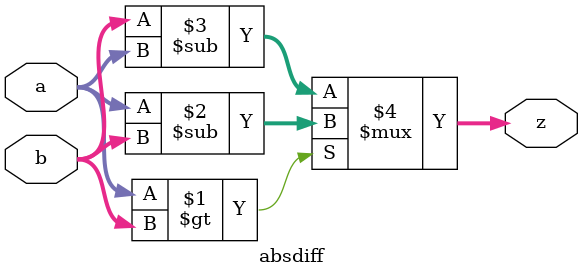
<source format=v>
module absdiff #(parameter DW = 16
	         )
   (
    //Inputs
    input [DW-1:0]  a,
    input [DW-1:0]  b,
    //Outputs
    output [DW-1:0] z
    );

   assign z = (a > b) ? (a - b) : (b - a);

endmodule

</source>
